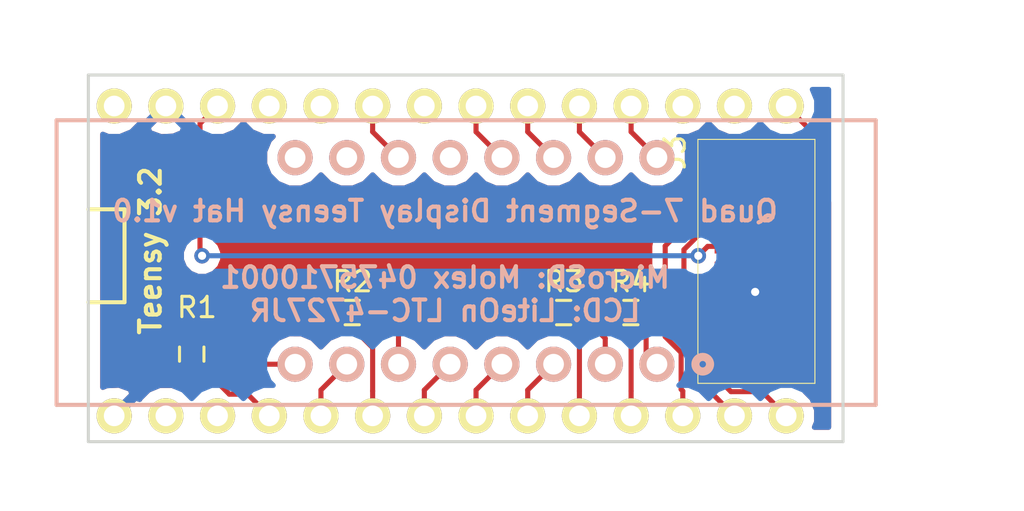
<source format=kicad_pcb>
(kicad_pcb (version 4) (host pcbnew 4.0.3+e1-6302~38~ubuntu14.04.1-stable)

  (general
    (links 24)
    (no_connects 0)
    (area 113.814858 70.682 164.033001 95.584)
    (thickness 1.6)
    (drawings 11)
    (tracks 83)
    (zones 0)
    (modules 7)
    (nets 24)
  )

  (page A4)
  (layers
    (0 F.Cu signal)
    (31 B.Cu signal)
    (32 B.Adhes user)
    (33 F.Adhes user)
    (34 B.Paste user)
    (35 F.Paste user)
    (36 B.SilkS user)
    (37 F.SilkS user)
    (38 B.Mask user)
    (39 F.Mask user)
    (40 Dwgs.User user hide)
    (41 Cmts.User user hide)
    (42 Eco1.User user hide)
    (43 Eco2.User user hide)
    (44 Edge.Cuts user)
    (45 Margin user hide)
    (46 B.CrtYd user)
    (47 F.CrtYd user)
    (48 B.Fab user)
    (49 F.Fab user)
  )

  (setup
    (last_trace_width 0.25)
    (user_trace_width 0.1524)
    (user_trace_width 0.254)
    (user_trace_width 0.3302)
    (user_trace_width 0.508)
    (user_trace_width 0.762)
    (user_trace_width 1.27)
    (trace_clearance 0.2)
    (zone_clearance 0.508)
    (zone_45_only no)
    (trace_min 0.1524)
    (segment_width 0.2)
    (edge_width 0.15)
    (via_size 0.762)
    (via_drill 0.4)
    (via_min_size 0.6858)
    (via_min_drill 0.3302)
    (user_via 0.6858 0.3302)
    (user_via 0.762 0.4064)
    (user_via 0.8636 0.508)
    (uvia_size 0.3)
    (uvia_drill 0.1)
    (uvias_allowed no)
    (uvia_min_size 0)
    (uvia_min_drill 0)
    (pcb_text_width 0.3)
    (pcb_text_size 1.5 1.5)
    (mod_edge_width 0.15)
    (mod_text_size 1 1)
    (mod_text_width 0.15)
    (pad_size 1.7272 1.7272)
    (pad_drill 1.016)
    (pad_to_mask_clearance 0.0762)
    (aux_axis_origin 0 0)
    (visible_elements FFFEDF7D)
    (pcbplotparams
      (layerselection 0x310fc_80000001)
      (usegerberextensions true)
      (excludeedgelayer true)
      (linewidth 0.100000)
      (plotframeref false)
      (viasonmask false)
      (mode 1)
      (useauxorigin false)
      (hpglpennumber 1)
      (hpglpenspeed 20)
      (hpglpendiameter 15)
      (hpglpenoverlay 2)
      (psnegative false)
      (psa4output false)
      (plotreference true)
      (plotvalue true)
      (plotinvisibletext false)
      (padsonsilk false)
      (subtractmaskfromsilk false)
      (outputformat 1)
      (mirror false)
      (drillshape 0)
      (scaleselection 1)
      (outputdirectory gerbers))
  )

  (net 0 "")
  (net 1 GND)
  (net 2 /SD_CS)
  (net 3 /MOSI)
  (net 4 /MISO)
  (net 5 +3V3)
  (net 6 /SCLK)
  (net 7 "Net-(LED1-Pad1)")
  (net 8 "Net-(LED1-Pad2)")
  (net 9 "Net-(LED1-Pad6)")
  (net 10 "Net-(LED1-Pad8)")
  (net 11 /DIGIT4)
  (net 12 /DP)
  (net 13 /DIGIT3)
  (net 14 /E)
  (net 15 /L)
  (net 16 /D)
  (net 17 /DIGIT2)
  (net 18 /DIGIT1)
  (net 19 /B)
  (net 20 /A)
  (net 21 /G)
  (net 22 /F)
  (net 23 /C)

  (net_class Default "This is the default net class."
    (clearance 0.2)
    (trace_width 0.25)
    (via_dia 0.762)
    (via_drill 0.4)
    (uvia_dia 0.3)
    (uvia_drill 0.1)
    (add_net +3V3)
    (add_net /A)
    (add_net /B)
    (add_net /C)
    (add_net /D)
    (add_net /DIGIT1)
    (add_net /DIGIT2)
    (add_net /DIGIT3)
    (add_net /DIGIT4)
    (add_net /DP)
    (add_net /E)
    (add_net /F)
    (add_net /G)
    (add_net /L)
    (add_net /MISO)
    (add_net /MOSI)
    (add_net /SCLK)
    (add_net /SD_CS)
    (add_net GND)
    (add_net "Net-(LED1-Pad1)")
    (add_net "Net-(LED1-Pad2)")
    (add_net "Net-(LED1-Pad6)")
    (add_net "Net-(LED1-Pad8)")
  )

  (module Wickerlib:TEENSY-3.2-SIMPLE (layer F.Cu) (tedit 57B4E190) (tstamp 57B4E7E3)
    (at 129.286 80.772 90)
    (path /57B6381A)
    (fp_text reference J1 (at -2 0 90) (layer F.Fab)
      (effects (font (size 1 1) (thickness 0.15)))
    )
    (fp_text value TEENSY3.2-72MHz-SIMPLE (at -2.54 20.32 90) (layer F.Fab) hide
      (effects (font (size 1 1) (thickness 0.15)))
    )
    (fp_line (start 0 -9.5) (end 0 -11.5) (layer F.Fab) (width 0.05))
    (fp_line (start -4.5 -9.5) (end 0 -9.5) (layer F.Fab) (width 0.05))
    (fp_line (start -4.5 -11.5) (end -4.5 -9.5) (layer F.Fab) (width 0.05))
    (fp_line (start -11.5 24) (end 6.5 24) (layer F.Fab) (width 0.05))
    (fp_line (start -11.5 -11.5) (end -11.5 24) (layer F.Fab) (width 0.05))
    (fp_line (start 6.5 -11.5) (end -11.5 -11.5) (layer F.Fab) (width 0.05))
    (fp_line (start 6.5 24) (end 6.5 -11.5) (layer F.Fab) (width 0.05))
    (fp_text user %R (at 2.794 17.272 90) (layer F.SilkS) hide
      (effects (font (size 1 1) (thickness 0.15)))
    )
    (fp_line (start -11.43 24.13) (end 6.35 24.13) (layer F.CrtYd) (width 0.1524))
    (fp_line (start -11.43 -11.43) (end -11.43 24.13) (layer F.CrtYd) (width 0.1524))
    (fp_line (start 6.35 -11.43) (end -11.43 -11.43) (layer F.CrtYd) (width 0.1524))
    (fp_line (start 6.35 24.13) (end 6.35 -11.43) (layer F.CrtYd) (width 0.1524))
    (pad G1 thru_hole circle (at -10.16 -10.16 90) (size 1.7272 1.7272) (drill 1.016) (layers *.Cu *.Mask F.SilkS)
      (net 1 GND))
    (pad 0 thru_hole circle (at -10.16 -7.62 90) (size 1.7272 1.7272) (drill 1.016) (layers *.Cu *.Mask F.SilkS))
    (pad 1 thru_hole circle (at -10.16 -5.08 90) (size 1.7272 1.7272) (drill 1.016) (layers *.Cu *.Mask F.SilkS))
    (pad 2 thru_hole circle (at -10.16 -2.54 90) (size 1.7272 1.7272) (drill 1.016) (layers *.Cu *.Mask F.SilkS)
      (net 11 /DIGIT4))
    (pad 3 thru_hole circle (at -10.16 0 90) (size 1.7272 1.7272) (drill 1.016) (layers *.Cu *.Mask F.SilkS)
      (net 12 /DP))
    (pad 4 thru_hole circle (at -10.16 2.54 90) (size 1.7272 1.7272) (drill 1.016) (layers *.Cu *.Mask F.SilkS)
      (net 13 /DIGIT3))
    (pad 5 thru_hole circle (at -10.16 5.08 90) (size 1.7272 1.7272) (drill 1.016) (layers *.Cu *.Mask F.SilkS)
      (net 14 /E))
    (pad 6 thru_hole circle (at -10.16 7.62 90) (size 1.7272 1.7272) (drill 1.016) (layers *.Cu *.Mask F.SilkS)
      (net 15 /L))
    (pad 7 thru_hole circle (at -10.16 10.16 90) (size 1.7272 1.7272) (drill 1.016) (layers *.Cu *.Mask F.SilkS)
      (net 16 /D))
    (pad 8 thru_hole circle (at -10.16 12.7 90) (size 1.7272 1.7272) (drill 1.016) (layers *.Cu *.Mask F.SilkS)
      (net 17 /DIGIT2))
    (pad 9 thru_hole circle (at -10.16 15.24 90) (size 1.7272 1.7272) (drill 1.016) (layers *.Cu *.Mask F.SilkS)
      (net 18 /DIGIT1))
    (pad 10 thru_hole circle (at -10.16 17.78 90) (size 1.7272 1.7272) (drill 1.016) (layers *.Cu *.Mask F.SilkS)
      (net 2 /SD_CS))
    (pad 11 thru_hole circle (at -10.16 20.32 90) (size 1.7272 1.7272) (drill 1.016) (layers *.Cu *.Mask F.SilkS)
      (net 3 /MOSI))
    (pad 12 thru_hole circle (at -10.16 22.86 90) (size 1.7272 1.7272) (drill 1.016) (layers *.Cu *.Mask F.SilkS)
      (net 4 /MISO))
    (pad 13 thru_hole circle (at 5.08 22.86 90) (size 1.7272 1.7272) (drill 1.016) (layers *.Cu *.Mask F.SilkS)
      (net 6 /SCLK))
    (pad 16 thru_hole circle (at 5.08 15.24 90) (size 1.7272 1.7272) (drill 1.016) (layers *.Cu *.Mask F.SilkS)
      (net 19 /B))
    (pad 3V2 thru_hole circle (at 5.08 -5.08 90) (size 1.7272 1.7272) (drill 1.016) (layers *.Cu *.Mask F.SilkS)
      (net 5 +3V3))
    (pad 18 thru_hole circle (at 5.08 10.16 90) (size 1.7272 1.7272) (drill 1.016) (layers *.Cu *.Mask F.SilkS)
      (net 20 /A))
    (pad 17 thru_hole circle (at 5.08 12.7 90) (size 1.7272 1.7272) (drill 1.016) (layers *.Cu *.Mask F.SilkS)
      (net 21 /G))
    (pad AG thru_hole circle (at 5.08 -7.62 90) (size 1.7272 1.7272) (drill 1.016) (layers *.Cu *.Mask F.SilkS)
      (net 1 GND))
    (pad 22 thru_hole circle (at 5.08 0 90) (size 1.7272 1.7272) (drill 1.016) (layers *.Cu *.Mask F.SilkS))
    (pad VIN thru_hole circle (at 5.08 -10.16 90) (size 1.7272 1.7272) (drill 1.016) (layers *.Cu *.Mask F.SilkS))
    (pad 21 thru_hole circle (at 5.08 2.54 90) (size 1.7272 1.7272) (drill 1.016) (layers *.Cu *.Mask F.SilkS)
      (net 22 /F))
    (pad 20 thru_hole circle (at 5.08 5.08 90) (size 1.7272 1.7272) (drill 1.016) (layers *.Cu *.Mask F.SilkS))
    (pad 19 thru_hole circle (at 5.08 7.62 90) (size 1.7272 1.7272) (drill 1.016) (layers *.Cu *.Mask F.SilkS)
      (net 23 /C))
    (pad 23 thru_hole circle (at 5.08 -2.54 90) (size 1.7272 1.7272) (drill 1.016) (layers *.Cu *.Mask F.SilkS))
    (pad 14 thru_hole circle (at 5.08 20.32 90) (size 1.7272 1.7272) (drill 1.016) (layers *.Cu *.Mask F.SilkS))
    (pad 15 thru_hole circle (at 5.08 17.78 90) (size 1.7272 1.7272) (drill 1.016) (layers *.Cu *.Mask F.SilkS))
  )

  (module Wickerlib:CONN-SD-MICRO-MOLEX-0475710001 (layer F.Cu) (tedit 57958DF9) (tstamp 57B4E178)
    (at 147.808 83.0834 90)
    (path /57AFAD27)
    (fp_text reference J3 (at 0 3.25 90) (layer F.Fab)
      (effects (font (size 1 1) (thickness 0.15)))
    )
    (fp_text value MICRO-SD (at 4 6.25 90) (layer F.Fab) hide
      (effects (font (size 0.4 0.4) (thickness 0.03)))
    )
    (fp_line (start -6.25 0) (end 5.75 0) (layer F.SilkS) (width 0.05))
    (fp_line (start -6.25 5.75) (end -6.25 0) (layer F.SilkS) (width 0.05))
    (fp_line (start 5.75 5.75) (end -6.25 5.75) (layer F.SilkS) (width 0.05))
    (fp_line (start 5.75 0) (end 5.75 5.75) (layer F.SilkS) (width 0.05))
    (fp_text user %R (at 5.1054 -1.1243 90) (layer F.SilkS)
      (effects (font (size 1 1) (thickness 0.15)))
    )
    (fp_line (start -6.5 16) (end 6 16) (layer F.CrtYd) (width 0.05))
    (fp_line (start -6.5 -0.25) (end -6.5 16) (layer F.CrtYd) (width 0.05))
    (fp_line (start 6 -0.25) (end 6 16) (layer F.CrtYd) (width 0.05))
    (fp_line (start -6.5 -0.25) (end 6 -0.25) (layer F.CrtYd) (width 0.05))
    (fp_line (start -6.096 5.588) (end 5.588 5.588) (layer F.Fab) (width 0.05))
    (fp_line (start -6.096 0.0254) (end -6.096 5.588) (layer F.Fab) (width 0.05))
    (fp_line (start 5.588 0.0254) (end 5.588 5.588) (layer F.Fab) (width 0.05))
    (fp_line (start -6.096 0.0254) (end 5.588 0.0254) (layer F.Fab) (width 0.05))
    (pad G5 smd rect (at 4.8514 5.1 90) (size 1.4 0.9) (layers F.Cu F.Paste F.Mask))
    (pad G2 smd rect (at -5.4135 4.9635 90) (size 1.2 1.15) (layers F.Cu F.Paste F.Mask))
    (pad G3 smd rect (at 4.8264 2.8 90) (size 1.45 1.2) (layers F.Cu F.Paste F.Mask))
    (pad G1 smd rect (at -5.4135 2.3635 90) (size 1.2 1.15) (layers F.Cu F.Paste F.Mask))
    (pad 7 smd rect (at -2.8135 1.3235 90) (size 0.7 1) (layers F.Cu F.Paste F.Mask)
      (net 4 /MISO))
    (pad 8 smd rect (at -3.9135 1.3235 90) (size 0.7 1) (layers F.Cu F.Paste F.Mask))
    (pad 6 smd rect (at -1.7135 1.3235 90) (size 0.7 1) (layers F.Cu F.Paste F.Mask)
      (net 1 GND))
    (pad 5 smd rect (at -0.6135 1.3235 90) (size 0.7 1) (layers F.Cu F.Paste F.Mask)
      (net 6 /SCLK))
    (pad 4 smd rect (at 0.4865 1.3235 90) (size 0.7 1) (layers F.Cu F.Paste F.Mask)
      (net 5 +3V3))
    (pad 1 smd rect (at 3.7865 1.3235 90) (size 0.7 1) (layers F.Cu F.Paste F.Mask))
    (pad 2 smd rect (at 2.6865 1.3235 90) (size 0.7 1) (layers F.Cu F.Paste F.Mask)
      (net 2 /SD_CS))
    (pad 3 smd rect (at 1.5865 1.3235 90) (size 0.7 1) (layers F.Cu F.Paste F.Mask)
      (net 3 /MOSI))
    (pad G4 smd rect (at 5.0514 3.95 90) (size 1 0.7) (layers F.Cu F.Paste F.Mask))
  )

  (module Wickerlib:RLC-0603-SMD (layer F.Cu) (tedit 579029AB) (tstamp 57B4EA43)
    (at 122.936 87.896 90)
    (descr "Capacitor SMD RLC-0603-SMD, reflow soldering, AVX (see smccp.pdf)")
    (tags "capacitor RLC-0603-SMD")
    (path /57B69AAC)
    (attr smd)
    (fp_text reference R1 (at 0.09 0.04 90) (layer F.Fab)
      (effects (font (size 0.8 0.8) (thickness 0.15)))
    )
    (fp_text value 470 (at 0 1.9 90) (layer F.Fab) hide
      (effects (font (size 1 1) (thickness 0.15)))
    )
    (fp_text user %R (at 2.298 0.254 180) (layer F.SilkS)
      (effects (font (size 1 1) (thickness 0.15)))
    )
    (fp_line (start -1.45 -0.75) (end 1.45 -0.75) (layer F.Fab) (width 0.05))
    (fp_line (start -1.45 0.75) (end 1.45 0.75) (layer F.CrtYd) (width 0.05))
    (fp_line (start -1.45 -0.75) (end -1.45 0.75) (layer F.CrtYd) (width 0.05))
    (fp_line (start 1.45 -0.75) (end 1.45 0.75) (layer F.CrtYd) (width 0.05))
    (fp_line (start -0.35 -0.6) (end 0.35 -0.6) (layer F.SilkS) (width 0.15))
    (fp_line (start 0.35 0.6) (end -0.35 0.6) (layer F.SilkS) (width 0.15))
    (fp_line (start -1.45 -0.75) (end 1.45 -0.75) (layer F.CrtYd) (width 0.05))
    (fp_line (start -1.45 -0.75) (end -1.45 0.75) (layer F.Fab) (width 0.05))
    (fp_line (start 1.45 -0.75) (end 1.45 0.75) (layer F.Fab) (width 0.05))
    (fp_line (start -1.45 0.75) (end 1.45 0.75) (layer F.Fab) (width 0.05))
    (pad 1 smd rect (at -0.75 0 90) (size 0.8 0.75) (layers F.Cu F.Paste F.Mask)
      (net 11 /DIGIT4))
    (pad 2 smd rect (at 0.75 0 90) (size 0.8 0.75) (layers F.Cu F.Paste F.Mask)
      (net 10 "Net-(LED1-Pad8)"))
  )

  (module Wickerlib:RLC-0603-SMD (layer F.Cu) (tedit 579029AB) (tstamp 57B4EA49)
    (at 130.822 85.852)
    (descr "Capacitor SMD RLC-0603-SMD, reflow soldering, AVX (see smccp.pdf)")
    (tags "capacitor RLC-0603-SMD")
    (path /57B69A42)
    (attr smd)
    (fp_text reference R2 (at 0.09 0.04) (layer F.Fab)
      (effects (font (size 0.8 0.8) (thickness 0.15)))
    )
    (fp_text value 470 (at 0 1.9) (layer F.Fab) hide
      (effects (font (size 1 1) (thickness 0.15)))
    )
    (fp_text user %R (at 0.012 -1.524) (layer F.SilkS)
      (effects (font (size 1 1) (thickness 0.15)))
    )
    (fp_line (start -1.45 -0.75) (end 1.45 -0.75) (layer F.Fab) (width 0.05))
    (fp_line (start -1.45 0.75) (end 1.45 0.75) (layer F.CrtYd) (width 0.05))
    (fp_line (start -1.45 -0.75) (end -1.45 0.75) (layer F.CrtYd) (width 0.05))
    (fp_line (start 1.45 -0.75) (end 1.45 0.75) (layer F.CrtYd) (width 0.05))
    (fp_line (start -0.35 -0.6) (end 0.35 -0.6) (layer F.SilkS) (width 0.15))
    (fp_line (start 0.35 0.6) (end -0.35 0.6) (layer F.SilkS) (width 0.15))
    (fp_line (start -1.45 -0.75) (end 1.45 -0.75) (layer F.CrtYd) (width 0.05))
    (fp_line (start -1.45 -0.75) (end -1.45 0.75) (layer F.Fab) (width 0.05))
    (fp_line (start 1.45 -0.75) (end 1.45 0.75) (layer F.Fab) (width 0.05))
    (fp_line (start -1.45 0.75) (end 1.45 0.75) (layer F.Fab) (width 0.05))
    (pad 1 smd rect (at -0.75 0) (size 0.8 0.75) (layers F.Cu F.Paste F.Mask)
      (net 13 /DIGIT3))
    (pad 2 smd rect (at 0.75 0) (size 0.8 0.75) (layers F.Cu F.Paste F.Mask)
      (net 9 "Net-(LED1-Pad6)"))
  )

  (module Wickerlib:RLC-0603-SMD (layer F.Cu) (tedit 579029AB) (tstamp 57B4EA4F)
    (at 141.212 85.852)
    (descr "Capacitor SMD RLC-0603-SMD, reflow soldering, AVX (see smccp.pdf)")
    (tags "capacitor RLC-0603-SMD")
    (path /57B69A03)
    (attr smd)
    (fp_text reference R3 (at 0.09 0.04) (layer F.Fab)
      (effects (font (size 0.8 0.8) (thickness 0.15)))
    )
    (fp_text value 470 (at 0 1.9) (layer F.Fab) hide
      (effects (font (size 1 1) (thickness 0.15)))
    )
    (fp_text user %R (at 0.012 -1.524) (layer F.SilkS)
      (effects (font (size 1 1) (thickness 0.15)))
    )
    (fp_line (start -1.45 -0.75) (end 1.45 -0.75) (layer F.Fab) (width 0.05))
    (fp_line (start -1.45 0.75) (end 1.45 0.75) (layer F.CrtYd) (width 0.05))
    (fp_line (start -1.45 -0.75) (end -1.45 0.75) (layer F.CrtYd) (width 0.05))
    (fp_line (start 1.45 -0.75) (end 1.45 0.75) (layer F.CrtYd) (width 0.05))
    (fp_line (start -0.35 -0.6) (end 0.35 -0.6) (layer F.SilkS) (width 0.15))
    (fp_line (start 0.35 0.6) (end -0.35 0.6) (layer F.SilkS) (width 0.15))
    (fp_line (start -1.45 -0.75) (end 1.45 -0.75) (layer F.CrtYd) (width 0.05))
    (fp_line (start -1.45 -0.75) (end -1.45 0.75) (layer F.Fab) (width 0.05))
    (fp_line (start 1.45 -0.75) (end 1.45 0.75) (layer F.Fab) (width 0.05))
    (fp_line (start -1.45 0.75) (end 1.45 0.75) (layer F.Fab) (width 0.05))
    (pad 1 smd rect (at -0.75 0) (size 0.8 0.75) (layers F.Cu F.Paste F.Mask)
      (net 17 /DIGIT2))
    (pad 2 smd rect (at 0.75 0) (size 0.8 0.75) (layers F.Cu F.Paste F.Mask)
      (net 8 "Net-(LED1-Pad2)"))
  )

  (module Wickerlib:RLC-0603-SMD (layer F.Cu) (tedit 579029AB) (tstamp 57B4EA55)
    (at 144.514 85.852)
    (descr "Capacitor SMD RLC-0603-SMD, reflow soldering, AVX (see smccp.pdf)")
    (tags "capacitor RLC-0603-SMD")
    (path /57B6993C)
    (attr smd)
    (fp_text reference R4 (at 0.09 0.04) (layer F.Fab)
      (effects (font (size 0.8 0.8) (thickness 0.15)))
    )
    (fp_text value 470 (at 0 1.9) (layer F.Fab) hide
      (effects (font (size 1 1) (thickness 0.15)))
    )
    (fp_text user %R (at -0.012 -1.524) (layer F.SilkS)
      (effects (font (size 1 1) (thickness 0.15)))
    )
    (fp_line (start -1.45 -0.75) (end 1.45 -0.75) (layer F.Fab) (width 0.05))
    (fp_line (start -1.45 0.75) (end 1.45 0.75) (layer F.CrtYd) (width 0.05))
    (fp_line (start -1.45 -0.75) (end -1.45 0.75) (layer F.CrtYd) (width 0.05))
    (fp_line (start 1.45 -0.75) (end 1.45 0.75) (layer F.CrtYd) (width 0.05))
    (fp_line (start -0.35 -0.6) (end 0.35 -0.6) (layer F.SilkS) (width 0.15))
    (fp_line (start 0.35 0.6) (end -0.35 0.6) (layer F.SilkS) (width 0.15))
    (fp_line (start -1.45 -0.75) (end 1.45 -0.75) (layer F.CrtYd) (width 0.05))
    (fp_line (start -1.45 -0.75) (end -1.45 0.75) (layer F.Fab) (width 0.05))
    (fp_line (start 1.45 -0.75) (end 1.45 0.75) (layer F.Fab) (width 0.05))
    (fp_line (start -1.45 0.75) (end 1.45 0.75) (layer F.Fab) (width 0.05))
    (pad 1 smd rect (at -0.75 0) (size 0.8 0.75) (layers F.Cu F.Paste F.Mask)
      (net 18 /DIGIT1))
    (pad 2 smd rect (at 0.75 0) (size 0.8 0.75) (layers F.Cu F.Paste F.Mask)
      (net 7 "Net-(LED1-Pad1)"))
  )

  (module Wickerlib:DIP-16-W10.16MM-CIRCLEPADS (layer B.Cu) (tedit 57B4E8C6) (tstamp 57B4E412)
    (at 137.046 84.142 90)
    (descr "16-lead dip package, row spacing 7.62 mm (300 mils), longer pads")
    (tags "dil dip 2.54 300")
    (path /57B5EA47)
    (fp_text reference LED1 (at -0.186 0.622 90) (layer B.Fab)
      (effects (font (size 1 1) (thickness 0.15)) (justify mirror))
    )
    (fp_text value LED-4x7-SEGMENT-LTC-4727JR (at -0.186 -0.394 360) (layer B.Fab) hide
      (effects (font (size 1 1) (thickness 0.15)) (justify mirror))
    )
    (fp_line (start 7.75 -20.75) (end 7.75 19.5) (layer B.Fab) (width 0.2))
    (fp_line (start -6.25 -20.75) (end 7.75 -20.75) (layer B.Fab) (width 0.2))
    (fp_line (start -6.25 19.5) (end -6.25 -20.75) (layer B.Fab) (width 0.2))
    (fp_line (start 7.75 19.5) (end -6.25 19.5) (layer B.Fab) (width 0.2))
    (fp_line (start -6.25 19.5) (end 7.75 19.5) (layer B.SilkS) (width 0.2))
    (fp_line (start 7.75 -20.75) (end -6.25 -20.75) (layer B.SilkS) (width 0.2))
    (fp_line (start -6.25 19.5) (end -6.25 -20.75) (layer B.SilkS) (width 0.2))
    (fp_circle (center -4.25 8.75) (end -3.996 8.496) (layer B.Fab) (width 0.4))
    (fp_text user %R (at -4.758 20.302 90) (layer B.SilkS) hide
      (effects (font (size 1 1) (thickness 0.15)) (justify mirror))
    )
    (fp_line (start -6.25 19.5) (end -6.25 -20.75) (layer B.CrtYd) (width 0.05))
    (fp_line (start 7.75 19.5) (end 7.75 -20.75) (layer B.Fab) (width 0.05))
    (fp_line (start -6.25 19.5) (end 7.75 19.5) (layer B.CrtYd) (width 0.05))
    (fp_line (start -6.25 -20.75) (end 7.75 -20.75) (layer B.Fab) (width 0.05))
    (fp_line (start -6.25 19.5) (end -6.25 -20.75) (layer B.Fab) (width 0.05))
    (fp_line (start -6.25 -20.75) (end 7.75 -20.75) (layer B.CrtYd) (width 0.05))
    (fp_line (start 7.75 19.5) (end 7.75 -20.7) (layer B.CrtYd) (width 0.05))
    (fp_line (start -6.25 19.5) (end 7.75 19.5) (layer B.Fab) (width 0.05))
    (fp_circle (center -4.25 11) (end -3.996 10.746) (layer B.SilkS) (width 0.4))
    (fp_line (start 7.75 19.5) (end 7.75 -20.75) (layer B.SilkS) (width 0.2))
    (pad 1 thru_hole circle (at -4.25 8.75 90) (size 1.7272 1.7272) (drill 1.016) (layers *.Cu *.Mask B.SilkS)
      (net 7 "Net-(LED1-Pad1)"))
    (pad 2 thru_hole circle (at -4.25 6.21 90) (size 1.7272 1.7272) (drill 1.016) (layers *.Cu *.Mask B.SilkS)
      (net 8 "Net-(LED1-Pad2)"))
    (pad 3 thru_hole circle (at -4.25 3.67 90) (size 1.7272 1.7272) (drill 1.016) (layers *.Cu *.Mask B.SilkS)
      (net 16 /D))
    (pad 4 thru_hole circle (at -4.25 1.13 90) (size 1.7272 1.7272) (drill 1.016) (layers *.Cu *.Mask B.SilkS)
      (net 15 /L))
    (pad 5 thru_hole circle (at -4.25 -1.41 90) (size 1.7272 1.7272) (drill 1.016) (layers *.Cu *.Mask B.SilkS)
      (net 14 /E))
    (pad 6 thru_hole circle (at -4.25 -3.95 90) (size 1.7272 1.7272) (drill 1.016) (layers *.Cu *.Mask B.SilkS)
      (net 9 "Net-(LED1-Pad6)"))
    (pad 7 thru_hole circle (at -4.25 -6.49 90) (size 1.7272 1.7272) (drill 1.016) (layers *.Cu *.Mask B.SilkS)
      (net 12 /DP))
    (pad 8 thru_hole circle (at -4.25 -9.03 90) (size 1.7272 1.7272) (drill 1.016) (layers *.Cu *.Mask B.SilkS)
      (net 10 "Net-(LED1-Pad8)"))
    (pad 9 thru_hole circle (at 5.91 -9.03 90) (size 1.7272 1.7272) (drill 1.016) (layers *.Cu *.Mask B.SilkS))
    (pad 10 thru_hole circle (at 5.91 -6.49 90) (size 1.7272 1.7272) (drill 1.016) (layers *.Cu *.Mask B.SilkS))
    (pad 11 thru_hole circle (at 5.91 -3.95 90) (size 1.7272 1.7272) (drill 1.016) (layers *.Cu *.Mask B.SilkS)
      (net 22 /F))
    (pad 12 thru_hole circle (at 5.91 -1.41 90) (size 1.7272 1.7272) (drill 1.016) (layers *.Cu *.Mask B.SilkS))
    (pad 13 thru_hole circle (at 5.91 1.13 90) (size 1.7272 1.7272) (drill 1.016) (layers *.Cu *.Mask B.SilkS)
      (net 23 /C))
    (pad 14 thru_hole circle (at 5.91 3.67 90) (size 1.7272 1.7272) (drill 1.016) (layers *.Cu *.Mask B.SilkS)
      (net 20 /A))
    (pad 15 thru_hole circle (at 5.91 6.21 90) (size 1.7272 1.7272) (drill 1.016) (layers *.Cu *.Mask B.SilkS)
      (net 21 /G))
    (pad 16 thru_hole circle (at 5.91 8.75 90) (size 1.7272 1.7272) (drill 1.016) (layers *.Cu *.Mask B.SilkS)
      (net 19 /B))
  )

  (gr_text 8/23/2016 (at 124.46 94.234) (layer F.Fab)
    (effects (font (size 1.5 1.5) (thickness 0.3)))
  )
  (gr_text "Quad 7-Segment Display Teensy Hat v1.1" (at 137.922 71.882) (layer F.Fab)
    (effects (font (size 1.5 1.5) (thickness 0.3)))
  )
  (gr_line (start 119.634 85.344) (end 117.856 85.344) (layer F.SilkS) (width 0.2))
  (gr_line (start 119.634 80.772) (end 119.634 85.344) (layer F.SilkS) (width 0.2))
  (gr_line (start 117.856 80.772) (end 119.634 80.772) (layer F.SilkS) (width 0.2))
  (gr_text "Teensy 3.2" (at 120.904 82.804 90) (layer F.SilkS)
    (effects (font (size 1.016 1.016) (thickness 0.2032)))
  )
  (gr_text "Quad 7-Segment Display Teensy Hat v1.0\n\nMicroSD: Molex 0475710001\nLCD: LiteOn LTC-4727JR" (at 135.382 83.312) (layer B.SilkS)
    (effects (font (size 1.016 1.016) (thickness 0.2032)) (justify mirror))
  )
  (gr_line (start 117.856 92.202) (end 117.856 74.168) (layer Edge.Cuts) (width 0.15))
  (gr_line (start 154.94 92.202) (end 117.856 92.202) (layer Edge.Cuts) (width 0.15))
  (gr_line (start 154.94 74.168) (end 154.94 92.202) (layer Edge.Cuts) (width 0.15))
  (gr_line (start 154.94 74.168) (end 117.856 74.168) (layer Edge.Cuts) (width 0.15))

  (segment (start 149.1315 84.7969) (end 150.5829 84.7969) (width 0.25) (layer F.Cu) (net 1))
  (segment (start 150.5829 84.7969) (end 150.622 84.836) (width 0.25) (layer F.Cu) (net 1))
  (via (at 150.622 84.836) (size 0.762) (drill 0.4) (layers F.Cu B.Cu) (net 1))
  (segment (start 147.066 89.710686) (end 147.066 90.932) (width 0.25) (layer F.Cu) (net 2))
  (segment (start 146.984601 89.629287) (end 147.066 89.710686) (width 0.25) (layer F.Cu) (net 2))
  (segment (start 146.984601 87.821471) (end 146.984601 89.629287) (width 0.25) (layer F.Cu) (net 2))
  (segment (start 149.1315 80.3969) (end 148.3815 80.3969) (width 0.25) (layer F.Cu) (net 2))
  (segment (start 146.202401 82.575999) (end 146.202401 87.039271) (width 0.25) (layer F.Cu) (net 2))
  (segment (start 146.202401 87.039271) (end 146.984601 87.821471) (width 0.25) (layer F.Cu) (net 2))
  (segment (start 148.3815 80.3969) (end 146.202401 82.575999) (width 0.25) (layer F.Cu) (net 2))
  (segment (start 147.434612 88.760612) (end 148.742401 90.068401) (width 0.25) (layer F.Cu) (net 3))
  (segment (start 149.1315 81.4969) (end 148.3815 81.4969) (width 0.25) (layer F.Cu) (net 3))
  (segment (start 147.434612 87.635071) (end 147.434612 88.760612) (width 0.25) (layer F.Cu) (net 3))
  (segment (start 147.121998 87.322457) (end 147.434612 87.635071) (width 0.25) (layer F.Cu) (net 3))
  (segment (start 147.121998 82.756402) (end 147.121998 87.322457) (width 0.25) (layer F.Cu) (net 3))
  (segment (start 148.3815 81.4969) (end 147.121998 82.756402) (width 0.25) (layer F.Cu) (net 3))
  (segment (start 148.742401 90.068401) (end 149.606 90.932) (width 0.25) (layer F.Cu) (net 3))
  (segment (start 152.146 90.932) (end 150.957399 89.743399) (width 0.25) (layer F.Cu) (net 4))
  (segment (start 150.957399 89.743399) (end 149.433399 89.743399) (width 0.25) (layer F.Cu) (net 4))
  (segment (start 149.433399 89.743399) (end 148.082 88.392) (width 0.25) (layer F.Cu) (net 4))
  (segment (start 148.082 88.392) (end 148.082 86.1964) (width 0.25) (layer F.Cu) (net 4))
  (segment (start 148.082 86.1964) (end 148.3815 85.8969) (width 0.25) (layer F.Cu) (net 4))
  (segment (start 148.3815 85.8969) (end 149.1315 85.8969) (width 0.25) (layer F.Cu) (net 4))
  (segment (start 124.206 75.692) (end 123.342401 76.555599) (width 0.25) (layer F.Cu) (net 5))
  (segment (start 147.828 83.058) (end 123.444 83.058) (width 0.25) (layer B.Cu) (net 5))
  (segment (start 123.444 83.058) (end 123.19 83.058) (width 0.25) (layer B.Cu) (net 5))
  (segment (start 123.342401 76.555599) (end 123.342401 82.956401) (width 0.25) (layer F.Cu) (net 5))
  (segment (start 123.342401 82.956401) (end 123.444 83.058) (width 0.25) (layer F.Cu) (net 5))
  (via (at 123.444 83.058) (size 0.762) (drill 0.4) (layers F.Cu B.Cu) (net 5))
  (via (at 147.828 83.058) (size 0.762) (drill 0.4) (layers F.Cu B.Cu) (net 5))
  (segment (start 149.1315 82.5969) (end 148.2891 82.5969) (width 0.25) (layer F.Cu) (net 5))
  (segment (start 148.2891 82.5969) (end 147.828 83.058) (width 0.25) (layer F.Cu) (net 5))
  (segment (start 153.924 79.6544) (end 153.924 77.47) (width 0.25) (layer F.Cu) (net 6))
  (segment (start 153.924 77.47) (end 152.146 75.692) (width 0.25) (layer F.Cu) (net 6))
  (segment (start 149.1315 83.6969) (end 149.8815 83.6969) (width 0.25) (layer F.Cu) (net 6))
  (segment (start 149.8815 83.6969) (end 153.924 79.6544) (width 0.25) (layer F.Cu) (net 6))
  (segment (start 145.264 85.852) (end 145.264 87.86) (width 0.25) (layer F.Cu) (net 7))
  (segment (start 145.264 87.86) (end 145.796 88.392) (width 0.25) (layer F.Cu) (net 7))
  (segment (start 143.256 88.392) (end 143.256 87.121) (width 0.25) (layer F.Cu) (net 8))
  (segment (start 143.256 87.121) (end 141.987 85.852) (width 0.25) (layer F.Cu) (net 8))
  (segment (start 141.987 85.852) (end 141.962 85.852) (width 0.25) (layer F.Cu) (net 8))
  (segment (start 131.572 85.852) (end 132.222 85.852) (width 0.25) (layer F.Cu) (net 9))
  (segment (start 132.222 85.852) (end 133.096 86.726) (width 0.25) (layer F.Cu) (net 9))
  (segment (start 133.096 86.726) (end 133.096 87.170686) (width 0.25) (layer F.Cu) (net 9))
  (segment (start 133.096 87.170686) (end 133.096 88.392) (width 0.25) (layer F.Cu) (net 9))
  (segment (start 125.476 88.392) (end 128.016 88.392) (width 0.25) (layer F.Cu) (net 10))
  (segment (start 125.476 88.392) (end 124.23 87.146) (width 0.25) (layer F.Cu) (net 10))
  (segment (start 124.23 87.146) (end 122.936 87.146) (width 0.25) (layer F.Cu) (net 10))
  (segment (start 126.746 90.932) (end 125.681001 89.867001) (width 0.25) (layer F.Cu) (net 11))
  (segment (start 124.782001 89.867001) (end 123.561 88.646) (width 0.25) (layer F.Cu) (net 11))
  (segment (start 125.681001 89.867001) (end 124.782001 89.867001) (width 0.25) (layer F.Cu) (net 11))
  (segment (start 123.561 88.646) (end 122.936 88.646) (width 0.25) (layer F.Cu) (net 11))
  (segment (start 130.556 88.392) (end 129.286 89.662) (width 0.25) (layer F.Cu) (net 12))
  (segment (start 129.286 90.932) (end 129.286 89.662) (width 0.25) (layer F.Cu) (net 12))
  (segment (start 130.072 85.852) (end 130.097 85.852) (width 0.25) (layer F.Cu) (net 13))
  (segment (start 130.097 85.852) (end 131.826 87.581) (width 0.25) (layer F.Cu) (net 13))
  (segment (start 131.826 87.581) (end 131.826 89.710686) (width 0.25) (layer F.Cu) (net 13))
  (segment (start 131.826 89.710686) (end 131.826 90.932) (width 0.25) (layer F.Cu) (net 13))
  (segment (start 135.636 88.392) (end 134.366 89.662) (width 0.25) (layer F.Cu) (net 14))
  (segment (start 134.366 89.662) (end 134.366 90.932) (width 0.25) (layer F.Cu) (net 14))
  (segment (start 138.176 88.392) (end 136.906 89.662) (width 0.25) (layer F.Cu) (net 15))
  (segment (start 136.906 89.662) (end 136.906 90.932) (width 0.25) (layer F.Cu) (net 15))
  (segment (start 139.446 89.662) (end 140.716 88.392) (width 0.25) (layer F.Cu) (net 16))
  (segment (start 139.446 89.662) (end 139.446 90.932) (width 0.25) (layer F.Cu) (net 16))
  (segment (start 140.462 85.852) (end 140.487 85.852) (width 0.25) (layer F.Cu) (net 17))
  (segment (start 140.487 85.852) (end 141.986 87.351) (width 0.25) (layer F.Cu) (net 17))
  (segment (start 141.986 87.351) (end 141.986 89.710686) (width 0.25) (layer F.Cu) (net 17))
  (segment (start 141.986 89.710686) (end 141.986 90.932) (width 0.25) (layer F.Cu) (net 17))
  (segment (start 141.962 90.908) (end 141.986 90.932) (width 0.25) (layer F.Cu) (net 17))
  (segment (start 143.764 85.852) (end 143.764 86.477) (width 0.25) (layer F.Cu) (net 18))
  (segment (start 143.764 86.477) (end 144.526 87.239) (width 0.25) (layer F.Cu) (net 18))
  (segment (start 144.526 87.239) (end 144.526 89.710686) (width 0.25) (layer F.Cu) (net 18))
  (segment (start 144.526 89.710686) (end 144.526 90.932) (width 0.25) (layer F.Cu) (net 18))
  (segment (start 144.526 76.962) (end 145.796 78.232) (width 0.25) (layer F.Cu) (net 19))
  (segment (start 144.526 76.962) (end 144.526 75.692) (width 0.25) (layer F.Cu) (net 19))
  (segment (start 139.446 76.962) (end 140.716 78.232) (width 0.25) (layer F.Cu) (net 20))
  (segment (start 139.446 76.962) (end 139.446 75.692) (width 0.25) (layer F.Cu) (net 20))
  (segment (start 141.986 76.962) (end 143.256 78.232) (width 0.25) (layer F.Cu) (net 21))
  (segment (start 141.986 76.962) (end 141.986 75.692) (width 0.25) (layer F.Cu) (net 21))
  (segment (start 131.826 76.962) (end 133.096 78.232) (width 0.25) (layer F.Cu) (net 22))
  (segment (start 131.826 76.962) (end 131.826 75.692) (width 0.25) (layer F.Cu) (net 22))
  (segment (start 136.906 76.962) (end 138.176 78.232) (width 0.25) (layer F.Cu) (net 23))
  (segment (start 136.906 76.962) (end 136.906 75.692) (width 0.25) (layer F.Cu) (net 23))

  (zone (net 1) (net_name GND) (layer F.Cu) (tstamp 0) (hatch edge 0.508)
    (connect_pads (clearance 0.508))
    (min_thickness 0.254)
    (fill yes (arc_segments 16) (thermal_gap 0.508) (thermal_bridge_width 0.508))
    (polygon
      (pts
        (xy 154.94 74.168) (xy 117.856 74.168) (xy 117.856 92.202) (xy 154.94 92.202)
      )
    )
    (filled_polygon
      (pts
        (xy 154.23 91.492) (xy 153.536127 91.492) (xy 153.644339 91.231398) (xy 153.644859 90.635218) (xy 153.417192 90.08422)
        (xy 153.077904 89.74434) (xy 153.3465 89.74434) (xy 153.581817 89.700062) (xy 153.797941 89.56099) (xy 153.942931 89.34879)
        (xy 153.99394 89.0969) (xy 153.99394 87.8969) (xy 153.949662 87.661583) (xy 153.81059 87.445459) (xy 153.59839 87.300469)
        (xy 153.3465 87.24946) (xy 152.1965 87.24946) (xy 151.961183 87.293738) (xy 151.745059 87.43281) (xy 151.600069 87.64501)
        (xy 151.54906 87.8969) (xy 151.54906 89.0969) (xy 151.586922 89.29812) (xy 151.4948 89.205998) (xy 151.386501 89.133635)
        (xy 151.39394 89.0969) (xy 151.39394 87.8969) (xy 151.349662 87.661583) (xy 151.21059 87.445459) (xy 150.99839 87.300469)
        (xy 150.7465 87.24946) (xy 150.27894 87.24946) (xy 150.27894 86.6469) (xy 150.239926 86.439558) (xy 150.27894 86.2469)
        (xy 150.27894 85.5469) (xy 150.239642 85.33805) (xy 150.2665 85.273209) (xy 150.2665 85.08265) (xy 150.10775 84.9239)
        (xy 149.752188 84.9239) (xy 149.6315 84.89946) (xy 148.6315 84.89946) (xy 148.501613 84.9239) (xy 148.15525 84.9239)
        (xy 147.9965 85.08265) (xy 147.9965 85.257668) (xy 147.881998 85.334176) (xy 147.881998 84.074048) (xy 147.989186 84.074141)
        (xy 148.023358 84.25575) (xy 147.9965 84.320591) (xy 147.9965 84.51115) (xy 148.15525 84.6699) (xy 148.510812 84.6699)
        (xy 148.6315 84.69434) (xy 149.6315 84.69434) (xy 149.761387 84.6699) (xy 150.10775 84.6699) (xy 150.2665 84.51115)
        (xy 150.2665 84.336132) (xy 150.418901 84.234301) (xy 154.23 80.423202)
      )
    )
    (filled_polygon
      (pts
        (xy 121.859748 75.677858) (xy 121.845605 75.692) (xy 121.859748 75.706143) (xy 121.680143 75.885748) (xy 121.666 75.871605)
        (xy 120.7918 76.745805) (xy 120.873741 76.998516) (xy 121.43403 77.202248) (xy 122.029635 77.176058) (xy 122.458259 76.998516)
        (xy 122.540199 76.745807) (xy 122.582401 76.788009) (xy 122.582401 82.483605) (xy 122.428176 82.855018) (xy 122.427824 83.259208)
        (xy 122.582175 83.632766) (xy 122.867731 83.918821) (xy 123.241018 84.073824) (xy 123.645208 84.074176) (xy 124.018766 83.919825)
        (xy 124.304821 83.634269) (xy 124.459824 83.260982) (xy 124.460176 82.856792) (xy 124.305825 82.483234) (xy 124.102401 82.279455)
        (xy 124.102401 77.19051) (xy 124.502782 77.190859) (xy 125.05378 76.963192) (xy 125.47571 76.541997) (xy 125.476095 76.541069)
        (xy 125.896003 76.96171) (xy 126.446602 77.190339) (xy 126.937859 77.190767) (xy 126.74629 77.382003) (xy 126.517661 77.932602)
        (xy 126.517141 78.528782) (xy 126.744808 79.07978) (xy 127.166003 79.50171) (xy 127.716602 79.730339) (xy 128.312782 79.730859)
        (xy 128.86378 79.503192) (xy 129.28571 79.081997) (xy 129.286095 79.081069) (xy 129.706003 79.50171) (xy 130.256602 79.730339)
        (xy 130.852782 79.730859) (xy 131.40378 79.503192) (xy 131.82571 79.081997) (xy 131.826095 79.081069) (xy 132.246003 79.50171)
        (xy 132.796602 79.730339) (xy 133.392782 79.730859) (xy 133.94378 79.503192) (xy 134.36571 79.081997) (xy 134.366095 79.081069)
        (xy 134.786003 79.50171) (xy 135.336602 79.730339) (xy 135.932782 79.730859) (xy 136.48378 79.503192) (xy 136.90571 79.081997)
        (xy 136.906095 79.081069) (xy 137.326003 79.50171) (xy 137.876602 79.730339) (xy 138.472782 79.730859) (xy 139.02378 79.503192)
        (xy 139.44571 79.081997) (xy 139.446095 79.081069) (xy 139.866003 79.50171) (xy 140.416602 79.730339) (xy 141.012782 79.730859)
        (xy 141.56378 79.503192) (xy 141.98571 79.081997) (xy 141.986095 79.081069) (xy 142.406003 79.50171) (xy 142.956602 79.730339)
        (xy 143.552782 79.730859) (xy 144.10378 79.503192) (xy 144.52571 79.081997) (xy 144.526095 79.081069) (xy 144.946003 79.50171)
        (xy 145.496602 79.730339) (xy 146.092782 79.730859) (xy 146.64378 79.503192) (xy 147.06571 79.081997) (xy 147.294339 78.531398)
        (xy 147.294859 77.935218) (xy 147.067192 77.38422) (xy 146.873742 77.190432) (xy 147.362782 77.190859) (xy 147.91378 76.963192)
        (xy 148.33571 76.541997) (xy 148.336095 76.541069) (xy 148.756003 76.96171) (xy 149.306602 77.190339) (xy 149.472808 77.190484)
        (xy 149.411569 77.28011) (xy 149.36056 77.532) (xy 149.36056 78.29946) (xy 148.6315 78.29946) (xy 148.396183 78.343738)
        (xy 148.180059 78.48281) (xy 148.035069 78.69501) (xy 147.98406 78.9469) (xy 147.98406 79.6469) (xy 148.003964 79.75268)
        (xy 147.844099 79.859499) (xy 145.665 82.038598) (xy 145.500253 82.28516) (xy 145.442401 82.575999) (xy 145.442401 84.82956)
        (xy 144.864 84.82956) (xy 144.628683 84.873838) (xy 144.514022 84.94762) (xy 144.41589 84.880569) (xy 144.164 84.82956)
        (xy 143.364 84.82956) (xy 143.128683 84.873838) (xy 142.912559 85.01291) (xy 142.863836 85.084218) (xy 142.82609 85.025559)
        (xy 142.61389 84.880569) (xy 142.362 84.82956) (xy 141.562 84.82956) (xy 141.326683 84.873838) (xy 141.212022 84.94762)
        (xy 141.11389 84.880569) (xy 140.862 84.82956) (xy 140.062 84.82956) (xy 139.826683 84.873838) (xy 139.610559 85.01291)
        (xy 139.465569 85.22511) (xy 139.41456 85.477) (xy 139.41456 86.227) (xy 139.458838 86.462317) (xy 139.59791 86.678441)
        (xy 139.81011 86.823431) (xy 140.062 86.87444) (xy 140.434638 86.87444) (xy 140.453369 86.893171) (xy 140.419218 86.893141)
        (xy 139.86822 87.120808) (xy 139.44629 87.542003) (xy 139.445905 87.542931) (xy 139.025997 87.12229) (xy 138.475398 86.893661)
        (xy 137.879218 86.893141) (xy 137.32822 87.120808) (xy 136.90629 87.542003) (xy 136.905905 87.542931) (xy 136.485997 87.12229)
        (xy 135.935398 86.893661) (xy 135.339218 86.893141) (xy 134.78822 87.120808) (xy 134.36629 87.542003) (xy 134.365905 87.542931)
        (xy 133.945997 87.12229) (xy 133.856 87.08492) (xy 133.856 86.726) (xy 133.798148 86.435161) (xy 133.633401 86.188599)
        (xy 132.759401 85.314599) (xy 132.518508 85.15364) (xy 132.43609 85.025559) (xy 132.22389 84.880569) (xy 131.972 84.82956)
        (xy 131.172 84.82956) (xy 130.936683 84.873838) (xy 130.822022 84.94762) (xy 130.72389 84.880569) (xy 130.472 84.82956)
        (xy 129.672 84.82956) (xy 129.436683 84.873838) (xy 129.220559 85.01291) (xy 129.075569 85.22511) (xy 129.02456 85.477)
        (xy 129.02456 86.227) (xy 129.068838 86.462317) (xy 129.20791 86.678441) (xy 129.42011 86.823431) (xy 129.672 86.87444)
        (xy 130.044638 86.87444) (xy 130.12061 86.950412) (xy 129.70822 87.120808) (xy 129.28629 87.542003) (xy 129.285905 87.542931)
        (xy 128.865997 87.12229) (xy 128.315398 86.893661) (xy 127.719218 86.893141) (xy 127.16822 87.120808) (xy 126.74629 87.542003)
        (xy 126.70892 87.632) (xy 125.790802 87.632) (xy 124.767401 86.608599) (xy 124.520839 86.443852) (xy 124.23 86.386)
        (xy 123.833931 86.386) (xy 123.77509 86.294559) (xy 123.56289 86.149569) (xy 123.311 86.09856) (xy 122.561 86.09856)
        (xy 122.325683 86.142838) (xy 122.109559 86.28191) (xy 121.964569 86.49411) (xy 121.91356 86.746) (xy 121.91356 87.546)
        (xy 121.957838 87.781317) (xy 122.03162 87.895978) (xy 121.964569 87.99411) (xy 121.91356 88.246) (xy 121.91356 89.046)
        (xy 121.957838 89.281317) (xy 122.088857 89.484926) (xy 121.965398 89.433661) (xy 121.369218 89.433141) (xy 120.81822 89.660808)
        (xy 120.39629 90.082003) (xy 120.379459 90.122537) (xy 120.179805 90.0578) (xy 119.305605 90.932) (xy 119.319748 90.946143)
        (xy 119.140143 91.125748) (xy 119.126 91.111605) (xy 119.111858 91.125748) (xy 118.932253 90.946143) (xy 118.946395 90.932)
        (xy 118.932253 90.917858) (xy 119.111858 90.738253) (xy 119.126 90.752395) (xy 120.0002 89.878195) (xy 119.918259 89.625484)
        (xy 119.35797 89.421752) (xy 118.762365 89.447942) (xy 118.566 89.529279) (xy 118.566 77.082127) (xy 118.826602 77.190339)
        (xy 119.422782 77.190859) (xy 119.97378 76.963192) (xy 120.39571 76.541997) (xy 120.412541 76.501463) (xy 120.612195 76.5662)
        (xy 121.486395 75.692) (xy 121.472253 75.677858) (xy 121.651858 75.498253) (xy 121.666 75.512395) (xy 121.680143 75.498253)
      )
    )
  )
  (zone (net 1) (net_name GND) (layer B.Cu) (tstamp 57B4E8AC) (hatch edge 0.508)
    (connect_pads (clearance 0.508))
    (min_thickness 0.254)
    (fill yes (arc_segments 16) (thermal_gap 0.508) (thermal_bridge_width 0.508))
    (polygon
      (pts
        (xy 154.94 74.168) (xy 117.856 74.132429) (xy 117.856 92.166429) (xy 154.94 92.202)
      )
    )
    (filled_polygon
      (pts
        (xy 154.23 91.492) (xy 153.536127 91.492) (xy 153.644339 91.231398) (xy 153.644859 90.635218) (xy 153.417192 90.08422)
        (xy 152.995997 89.66229) (xy 152.445398 89.433661) (xy 151.849218 89.433141) (xy 151.29822 89.660808) (xy 150.87629 90.082003)
        (xy 150.875905 90.082931) (xy 150.455997 89.66229) (xy 149.905398 89.433661) (xy 149.309218 89.433141) (xy 148.75822 89.660808)
        (xy 148.33629 90.082003) (xy 148.335905 90.082931) (xy 147.915997 89.66229) (xy 147.365398 89.433661) (xy 146.874141 89.433233)
        (xy 147.06571 89.241997) (xy 147.294339 88.691398) (xy 147.294859 88.095218) (xy 147.067192 87.54422) (xy 146.645997 87.12229)
        (xy 146.095398 86.893661) (xy 145.499218 86.893141) (xy 144.94822 87.120808) (xy 144.52629 87.542003) (xy 144.525905 87.542931)
        (xy 144.105997 87.12229) (xy 143.555398 86.893661) (xy 142.959218 86.893141) (xy 142.40822 87.120808) (xy 141.98629 87.542003)
        (xy 141.985905 87.542931) (xy 141.565997 87.12229) (xy 141.015398 86.893661) (xy 140.419218 86.893141) (xy 139.86822 87.120808)
        (xy 139.44629 87.542003) (xy 139.445905 87.542931) (xy 139.025997 87.12229) (xy 138.475398 86.893661) (xy 137.879218 86.893141)
        (xy 137.32822 87.120808) (xy 136.90629 87.542003) (xy 136.905905 87.542931) (xy 136.485997 87.12229) (xy 135.935398 86.893661)
        (xy 135.339218 86.893141) (xy 134.78822 87.120808) (xy 134.36629 87.542003) (xy 134.365905 87.542931) (xy 133.945997 87.12229)
        (xy 133.395398 86.893661) (xy 132.799218 86.893141) (xy 132.24822 87.120808) (xy 131.82629 87.542003) (xy 131.825905 87.542931)
        (xy 131.405997 87.12229) (xy 130.855398 86.893661) (xy 130.259218 86.893141) (xy 129.70822 87.120808) (xy 129.28629 87.542003)
        (xy 129.285905 87.542931) (xy 128.865997 87.12229) (xy 128.315398 86.893661) (xy 127.719218 86.893141) (xy 127.16822 87.120808)
        (xy 126.74629 87.542003) (xy 126.517661 88.092602) (xy 126.517141 88.688782) (xy 126.744808 89.23978) (xy 126.938258 89.433568)
        (xy 126.449218 89.433141) (xy 125.89822 89.660808) (xy 125.47629 90.082003) (xy 125.475905 90.082931) (xy 125.055997 89.66229)
        (xy 124.505398 89.433661) (xy 123.909218 89.433141) (xy 123.35822 89.660808) (xy 122.93629 90.082003) (xy 122.935905 90.082931)
        (xy 122.515997 89.66229) (xy 121.965398 89.433661) (xy 121.369218 89.433141) (xy 120.81822 89.660808) (xy 120.39629 90.082003)
        (xy 120.379459 90.122537) (xy 120.179805 90.0578) (xy 119.305605 90.932) (xy 119.319748 90.946143) (xy 119.140143 91.125748)
        (xy 119.126 91.111605) (xy 119.111858 91.125748) (xy 118.932253 90.946143) (xy 118.946395 90.932) (xy 118.932253 90.917858)
        (xy 119.111858 90.738253) (xy 119.126 90.752395) (xy 120.0002 89.878195) (xy 119.918259 89.625484) (xy 119.35797 89.421752)
        (xy 118.762365 89.447942) (xy 118.566 89.529279) (xy 118.566 83.259208) (xy 122.427824 83.259208) (xy 122.582175 83.632766)
        (xy 122.867731 83.918821) (xy 123.241018 84.073824) (xy 123.645208 84.074176) (xy 124.018766 83.919825) (xy 124.120769 83.818)
        (xy 147.151086 83.818) (xy 147.251731 83.918821) (xy 147.625018 84.073824) (xy 148.029208 84.074176) (xy 148.402766 83.919825)
        (xy 148.688821 83.634269) (xy 148.843824 83.260982) (xy 148.844176 82.856792) (xy 148.689825 82.483234) (xy 148.404269 82.197179)
        (xy 148.030982 82.042176) (xy 147.626792 82.041824) (xy 147.253234 82.196175) (xy 147.151231 82.298) (xy 124.120914 82.298)
        (xy 124.020269 82.197179) (xy 123.646982 82.042176) (xy 123.242792 82.041824) (xy 122.869234 82.196175) (xy 122.583179 82.481731)
        (xy 122.428176 82.855018) (xy 122.427824 83.259208) (xy 118.566 83.259208) (xy 118.566 77.082127) (xy 118.826602 77.190339)
        (xy 119.422782 77.190859) (xy 119.97378 76.963192) (xy 120.191546 76.745805) (xy 120.7918 76.745805) (xy 120.873741 76.998516)
        (xy 121.43403 77.202248) (xy 122.029635 77.176058) (xy 122.458259 76.998516) (xy 122.5402 76.745805) (xy 121.666 75.871605)
        (xy 120.7918 76.745805) (xy 120.191546 76.745805) (xy 120.39571 76.541997) (xy 120.412541 76.501463) (xy 120.612195 76.5662)
        (xy 121.486395 75.692) (xy 121.472253 75.677858) (xy 121.651858 75.498253) (xy 121.666 75.512395) (xy 121.680143 75.498253)
        (xy 121.859748 75.677858) (xy 121.845605 75.692) (xy 122.719805 76.5662) (xy 122.919033 76.501601) (xy 122.934808 76.53978)
        (xy 123.356003 76.96171) (xy 123.906602 77.190339) (xy 124.502782 77.190859) (xy 125.05378 76.963192) (xy 125.47571 76.541997)
        (xy 125.476095 76.541069) (xy 125.896003 76.96171) (xy 126.446602 77.190339) (xy 126.937859 77.190767) (xy 126.74629 77.382003)
        (xy 126.517661 77.932602) (xy 126.517141 78.528782) (xy 126.744808 79.07978) (xy 127.166003 79.50171) (xy 127.716602 79.730339)
        (xy 128.312782 79.730859) (xy 128.86378 79.503192) (xy 129.28571 79.081997) (xy 129.286095 79.081069) (xy 129.706003 79.50171)
        (xy 130.256602 79.730339) (xy 130.852782 79.730859) (xy 131.40378 79.503192) (xy 131.82571 79.081997) (xy 131.826095 79.081069)
        (xy 132.246003 79.50171) (xy 132.796602 79.730339) (xy 133.392782 79.730859) (xy 133.94378 79.503192) (xy 134.36571 79.081997)
        (xy 134.366095 79.081069) (xy 134.786003 79.50171) (xy 135.336602 79.730339) (xy 135.932782 79.730859) (xy 136.48378 79.503192)
        (xy 136.90571 79.081997) (xy 136.906095 79.081069) (xy 137.326003 79.50171) (xy 137.876602 79.730339) (xy 138.472782 79.730859)
        (xy 139.02378 79.503192) (xy 139.44571 79.081997) (xy 139.446095 79.081069) (xy 139.866003 79.50171) (xy 140.416602 79.730339)
        (xy 141.012782 79.730859) (xy 141.56378 79.503192) (xy 141.98571 79.081997) (xy 141.986095 79.081069) (xy 142.406003 79.50171)
        (xy 142.956602 79.730339) (xy 143.552782 79.730859) (xy 144.10378 79.503192) (xy 144.52571 79.081997) (xy 144.526095 79.081069)
        (xy 144.946003 79.50171) (xy 145.496602 79.730339) (xy 146.092782 79.730859) (xy 146.64378 79.503192) (xy 147.06571 79.081997)
        (xy 147.294339 78.531398) (xy 147.294859 77.935218) (xy 147.067192 77.38422) (xy 146.873742 77.190432) (xy 147.362782 77.190859)
        (xy 147.91378 76.963192) (xy 148.33571 76.541997) (xy 148.336095 76.541069) (xy 148.756003 76.96171) (xy 149.306602 77.190339)
        (xy 149.902782 77.190859) (xy 150.45378 76.963192) (xy 150.87571 76.541997) (xy 150.876095 76.541069) (xy 151.296003 76.96171)
        (xy 151.846602 77.190339) (xy 152.442782 77.190859) (xy 152.99378 76.963192) (xy 153.41571 76.541997) (xy 153.644339 75.991398)
        (xy 153.644859 75.395218) (xy 153.43115 74.878) (xy 154.23 74.878)
      )
    )
  )
)

</source>
